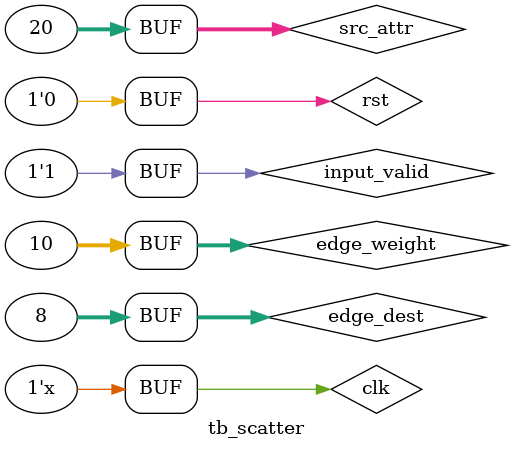
<source format=v>

module tb_scatter;
    parameter PIPE_DEPTH = 3;
    parameter URAM_DATA_W = 32;
    parameter CLK_CYCLE = 10;
    reg                      clk;
    reg                      rst;    
    reg [31:0]               edge_weight;
    reg [URAM_DATA_W-1:0]    src_attr;
    reg [31:0]               edge_dest;
    reg [0:0]                input_valid;    
    wire [31:0]              update_value;
    wire [31:0]              update_dest;   
    wire [0:0]               output_valid;
    
    always #(0.5 * CLK_CYCLE) clk = ~ clk;
    spmv_scatter_pipe #(.PIPE_DEPTH(PIPE_DEPTH),.URAM_DATA_W(URAM_DATA_W))
    DUT
    (
       .clk(clk),
       .rst(rst),
       .edge_weight(edge_weight),
       .src_attr(src_attr),
       .edge_dest(edge_dest),
       .input_valid(input_valid),
       .update_value(update_value),
       .update_dest(update_dest),
        .output_valid(output_valid)
    );  
    initial begin: test
        clk = 1;
            rst = 1;
            #(3.5 * CLK_CYCLE)
            rst = 0;
            edge_weight = 32'd10;
            src_attr = 32'd20;
            edge_dest = 32'd8;
            input_valid = 1;
            
    end

endmodule

</source>
